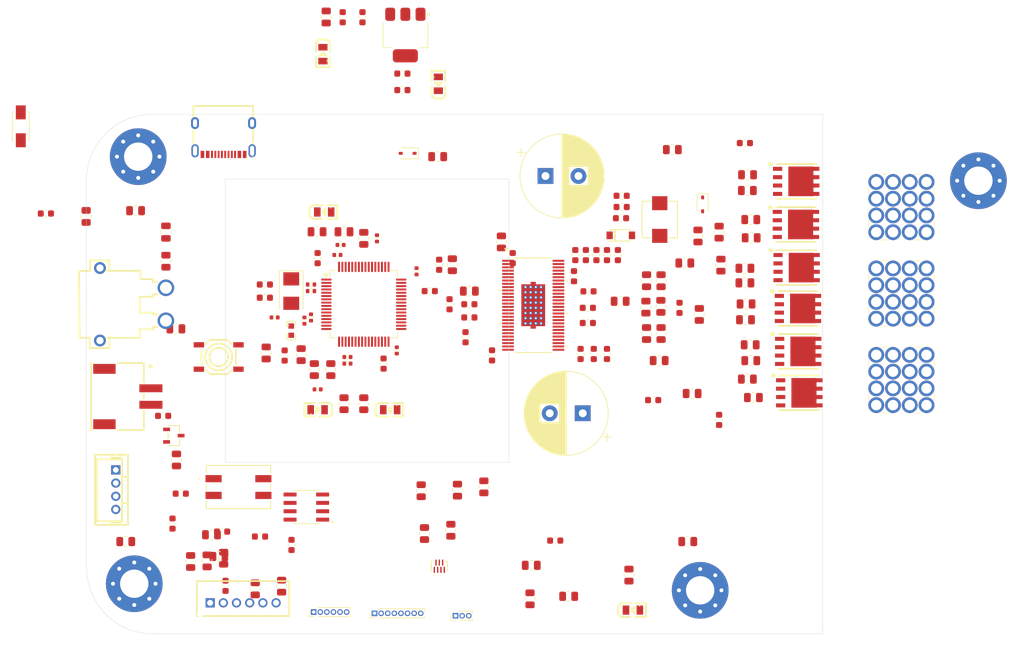
<source format=kicad_pcb>
(kicad_pcb (version 20240108) (generator "pcbnew") (generator_version "8.0")
  (layers (0 "F.Cu" signal) (1 "In1.Cu" power) (2 "In2.Cu" power) (31 "B.Cu" signal) (34 "B.Paste" user) (35 "F.Paste" user) (36 "B.SilkS" user "B.Silkscreen") (37 "F.SilkS" user "F.Silkscreen") (38 "B.Mask" user) (39 "F.Mask" user) (44 "Edge.Cuts" user))
  (net 0 "")
  (net 1 "H3_LOW")
  (net 2 "+3V3")
  (net 3 "+VDC")
  (net 4 "AN_JN")
  (net 5 "+5V")
  (net 6 "/STEP_DOWN_convert/+3V3_IC")
  (net 7 "/MCU/AN_JN")
  (net 8 "/MCU/PH_0")
  (net 9 "/MCU/PH_1")
  (net 10 "/MCU/VCAP_1")
  (net 11 "/MCU/NRST")
  (net 12 "/MCU/VCAP_2")
  (net 13 "Net-(U3-VDDA)")
  (net 14 "/MCU/SERVO")
  (net 15 "H1_VS")
  (net 16 "/DRVIVER MOSFTs/BST_A")
  (net 17 "H2_VS")
  (net 18 "/DRVIVER MOSFTs/BST_B")
  (net 19 "H3_VS")
  (net 20 "/DRVIVER MOSFTs/BST_C")
  (net 21 "Net-(D14-A)")
  (net 22 "/DRVIVER MOSFTs/CP1")
  (net 23 "/DRVIVER MOSFTs/CP2")
  (net 24 "Net-(C34-Pad1)")
  (net 25 "/DRVIVER MOSFTs/COMP")
  (net 26 "/DRVIVER MOSFTs/GVDD")
  (net 27 "/DRVIVER MOSFTs/OC_ADJ")
  (net 28 "Net-(U4-AVDD)")
  (net 29 "/DRVIVER MOSFTs/PH")
  (net 30 "/DRVIVER MOSFTs/BST_BK")
  (net 31 "/CAN/C_CAN_P")
  (net 32 "/CAN/C_CAN_N")
  (net 33 "Net-(U7-VCC)")
  (net 34 "Net-(C55-Pad1)")
  (net 35 "Net-(C56-Pad1)")
  (net 36 "Net-(C57-Pad1)")
  (net 37 "S1_N")
  (net 38 "S1_P")
  (net 39 "S2_N")
  (net 40 "S2_P")
  (net 41 "/USB/USB-C_P")
  (net 42 "/USB/+5V -C")
  (net 43 "/USB/CC2")
  (net 44 "/USB/CC1")
  (net 45 "/USB/USB-C_N")
  (net 46 "Net-(D2-A)")
  (net 47 "Net-(D3-A)")
  (net 48 "Net-(D5-A)")
  (net 49 "Net-(D6-A)")
  (net 50 "Net-(D7-A)")
  (net 51 "Net-(D8-A)")
  (net 52 "Net-(H1-Pad1)")
  (net 53 "Net-(H2-Pad1)")
  (net 54 "Net-(H3-Pad1)")
  (net 55 "Net-(H4-Pad1)")
  (net 56 "/MCU/SCK_ADC_EXT")
  (net 57 "RX_SCL_MOSI")
  (net 58 "TX_SDA_NSS")
  (net 59 "/MCU/MISQ_ADC_EXT2")
  (net 60 "/MCU/SWCLK")
  (net 62 "/MCU/SWDIO")
  (net 63 "Net-(J4-Pin_3)")
  (net 69 "/MOSFTs/M_H1_RG")
  (net 70 "/MOSFTs/H1_VS")
  (net 72 "H1_LOW")
  (net 73 "/MOSFTs/M_L1_RG")
  (net 82 "/MOSFTs/H2_VS")
  (net 89 "H2_LOW")
  (net 92 "/MOSFTs/M_L2_RG")
  (net 99 "/MOSFTs/H3_VS")
  (net 102 "/MOSFTs/M_H3_RG")
  (net 104 "/MOSFTs/M_L3_RG")
  (net 110 "ADC_TEMP")
  (net 111 "/MCU/PH_0_P")
  (net 112 "/MCU/PH_1_P")
  (net 113 "/MCU/LED_GREEN")
  (net 114 "/MCU/LED_RED")
  (net 115 "/MCU/BOOT0_P")
  (net 116 "/MCU/ADC_TEMP")
  (net 117 "/DRVIVER MOSFTs/VSENSE")
  (net 118 "/DRVIVER MOSFTs/DTC")
  (net 119 "/DRVIVER MOSFTs/RT_CLK")
  (net 120 "Net-(U4-BIAS)")
  (net 121 "SENSE1")
  (net 122 "SENSE3")
  (net 123 "SENSE2")
  (net 124 "/CAN/R_CAN_P")
  (net 125 "/CAN/R_CAN_N")
  (net 126 "Net-(U7-RS)")
  (net 127 "HALL1_OUT")
  (net 128 "/FILTRE/HALL_1_IN")
  (net 129 "/FILTRE/HALL_2_IN")
  (net 130 "HALL2_OUT")
  (net 131 "/FILTRE/HALL_3_IN")
  (net 132 "HALL3_OUT")
  (net 133 "Net-(R47-Pad1)")
  (net 134 "USB_N")
  (net 135 "USB_P")
  (net 136 "M_H1")
  (net 137 "M_L1")
  (net 138 "M_H2")
  (net 139 "M_L2")
  (net 140 "M_H3")
  (net 141 "M_L3")
  (net 147 "L1")
  (net 151 "EN_GATE")
  (net 153 "H3")
  (net 154 "CAN_RX")
  (net 156 "L2")
  (net 157 "L3")
  (net 158 "FAULT")
  (net 159 "CAN_TX")
  (net 160 "H1")
  (net 162 "BR_SO1")
  (net 163 "BR_SO2")
  (net 165 "DC_CAL")
  (net 167 "TEMP_MOTOR")
  (net 168 "H2")
  (net 174 "/CAN/CAN_N")
  (net 175 "/CAN/CAN_P")
  (footprint "Resistor_SMD:R_0805_2012Metric" (layer "F.Cu") (at 112.866347 70.540005 -90)
    (property "Reference" "R29" (hide yes))
    (property "Value" "250k")
  )
  (footprint "footprint:L0603" (layer "F.Cu") (at 81 84 -90)
    (property "Reference" "FB1" (hide yes))
    (property "Value" "120R")
  )
  (footprint "Resistor_SMD:R_0805_2012Metric" (layer "F.Cu") (at 70.75 118.525001 90)
    (property "Reference" "R44" (hide yes))
    (property "Value" "10K")
  )
  (footprint "Capacitor_SMD:C_0402_1005Metric" (layer "F.Cu") (at 94 70 -90)
    (property "Reference" "C24" (hide yes))
    (property "Value" "100n")
  )
  (footprint "footprint:LED0805-R-RD" (layer "F.Cu") (at 85.8 42.050294 -90)
    (property "Reference" "D3" (hide yes))
    (property "Value" "LED")
  )
  (footprint "footprint:LED0805-R-RD" (layer "F.Cu") (at 85 96 180)
    (property "Reference" "D7" (hide yes))
    (property "Value" "LED")
  )
  (footprint "MountingHole:MountingHole_4.3mm_M4_Pad_Via" (layer "F.Cu") (at 57.2 122.4)
    (property "Reference" "H3" (hide yes))
    (property "Value" "MountingHole_Pad")
  )
  (footprint "Resistor_SMD:R_0805_2012Metric" (layer "F.Cu") (at 68.25 118.937501 90)
    (property "Reference" "R45" (hide yes))
    (property "Value" "10K")
  )
  (footprint "Resistor_SMD:R_0805_2012Metric" (layer "F.Cu") (at 86.3 36.412501 -90)
    (property "Reference" "R5" (hide yes))
    (property "Value" "1K")
  )
  (footprint "footprint:PQFN-8_L6.0-W5.0-P1.27-LS6.0-BL" (layer "F.Cu") (at 157.555146 61.350575 -90)
    (property "Reference" "Q1" (hide yes))
    (property "Value" "HSBA15810C")
  )
  (footprint "Resistor_SMD:R_0805_2012Metric" (layer "F.Cu") (at 101.2 114.7875 90)
    (property "Reference" "R52" (hide yes))
    (property "Value" "22R")
  )
  (footprint "Capacitor_SMD:C_0603_1608Metric" (layer "F.Cu") (at 63 113.275001 90)
    (property "Reference" "C59" (hide yes))
    (property "Value" "100n")
  )
  (footprint "Resistor_SMD:R_0805_2012Metric" (layer "F.Cu") (at 149.778847 76.750575)
    (property "Reference" "R60" (hide yes))
    (property "Value" "4R7")
  )
  (footprint "Capacitor_SMD:C_0603_1608Metric" (layer "F.Cu") (at 131.091347 63.540005 180)
    (property "Reference" "C31" (hide yes))
    (property "Value" "10u")
  )
  (footprint "footprint:DCA56_6P35X3P61-M" (layer "F.Cu") (at 117.685247 80.146305)
    (property "Reference" "U4" (hide yes))
    (property "Value" "DRV8302DCAR")
  )
  (footprint "footprint:CONN-TH_XT30PW-M" (layer "F.Cu") (at 57 80 -90)
    (property "Reference" "J1" (hide yes))
    (property "Value" "XT30PW-M")
  )
  (footprint "Resistor_SMD:R_0805_2012Metric" (layer "F.Cu") (at 65.75 119.025001 90)
    (property "Reference" "R46" (hide yes))
    (property "Value" "10K")
  )
  (footprint "Resistor_SMD:R_0805_2012Metric" (layer "F.Cu") (at 92 95.0875 90)
    (property "Reference" "R13" (hide yes))
    (property "Value" "1K")
  )
  (footprint "footprint:PUSB3AB6Z_NEX-M" (layer "F.Cu") (at 103.45 119.7414 90)
    (property "Reference" "CR1" (hide yes))
    (property "Value" "PUSB3AB6Z")
  )
  (footprint "Capacitor_SMD:C_0603_1608Metric" (layer "F.Cu") (at 123.866347 75.740005 -90)
    (property "Reference" "C43" (hide yes))
    (property "Value" "100n")
  )
  (footprint "Resistor_SMD:R_0805_2012Metric" (layer "F.Cu") (at 82.5 87.637499 -90)
    (property "Reference" "R7" (hide yes))
    (property "Value" "39K")
  )
  (footprint "Resistor_SMD:R_0805_2012Metric" (layer "F.Cu") (at 141.778847 93.540005)
    (property "Reference" "R64" (hide yes))
    (property "Value" "39K")
  )
  (footprint "Capacitor_SMD:C_0603_1608Metric" (layer "F.Cu") (at 70.515 114.49 180)
    (property "Reference" "C56" (hide yes))
    (property "Value" "4n7")
  )
  (footprint "footprint:CONN-SMD_XH-2PWBPZ" (layer "F.Cu") (at 56.2 94 90)
    (property "Reference" "U1" (hide yes))
    (property "Value" "XH-2PWBPZ")
  )
  (footprint "Resistor_SMD:R_0805_2012Metric" (layer "F.Cu") (at 142.866347 81.540005 -90)
    (property "Reference" "R48" (hide yes))
    (property "Value" "0R")
  )
  (footprint "Capacitor_SMD:C_0603_1608Metric" (layer "F.Cu") (at 124.866347 87.540005 -90)
    (property "Reference" "C46" (hide yes))
    (property "Value" "10u")
  )
  (footprint "Capacitor_SMD:C_0603_1608Metric" (layer "F.Cu") (at 125.666347 72.540005 90)
    (property "Reference" "C41" (hide yes))
    (property "Value" "1u")
  )
  (footprint "Capacitor_SMD:C_0603_1608Metric" (layer "F.Cu") (at 80 87.775 -90)
    (property "Reference" "C9" (hide yes))
    (property "Value" "100n")
  )
  (footprint "Resistor_SMD:R_0805_2012Metric" (layer "F.Cu") (at 110.2 107.7 90)
    (property "Reference" "R49" (hide yes))
    (property "Value" "0R")
  )
  (footprint "Capacitor_SMD:C_0603_1608Metric" (layer "F.Cu") (at 71.04 122.715 90)
    (property "Reference" "C58" (hide yes))
    (property "Value" "100n")
  )
  (footprint "Resistor_SMD:R_0805_2012Metric" (layer "F.Cu") (at 87 89.9125 90)
    (property "Reference" "R16" (hide yes))
    (property "Value" "2K2")
  )
  (footprint "Capacitor_SMD:C_0603_1608Metric" (layer "F.Cu") (at 43.8 66.23)
    (property "Reference" "C54" (hide yes))
    (property "Value" "2u2")
  )
  (footprint "Resistor_SMD:R_0805_2012Metric" (layer "F.Cu") (at 132.2 121.0875 -90)
    (property "Reference" "R47" (hide yes))
    (property "Value" "0R")
  )
  (footprint "Crystal:Crystal_SMD_5032-2Pin_5.0x3.2mm" (layer "F.Cu") (at 81 78 -90)
    (property "Reference" "Y1" (hide yes))
    (property "Value" "Crystal")
  )
  (footprint "footprint:SOD-123_L2.8-W1.8-LS3.7-RD" (layer "F.Cu") (at 130.966347 69.540005)
    (property "Reference" "D10" (hide yes))
    (property "Value" "PMEG6020")
  )
  (footprint "Resistor_SMD:R_0805_2012Metric" (layer "F.Cu") (at 79.54 122.765001 90)
    (property "Reference" "R41" (hide yes))
    (property "Value" "2K2")
  )
  (footprint "Resistor_SMD:R_0805_2012Metric" (layer "F.Cu") (at 117.389061 119.604426)
    (property "Reference" "R68" (hide yes))
    (property "Value" "39K")
  )
  (footprint "Resistor_SMD:R_0805_2012Metric" (layer "F.Cu") (at 63.6 103.6175 -90)
    (property "Reference" "R37" (hide yes))
    (property "Value" "120R")
  )
  (footprint "Capacitor_SMD:C_0603_1608Metric" (layer "F.Cu") (at 88.8 36.45 -90)
    (property "Reference" "C5" (hide yes))
    (property "Value" "1u")
  )
  (footprint "Capacitor_SMD:C_0603_1608Metric" (layer "F.Cu") (at 130.991347 66.940005 180)
    (property "Reference" "C30" (hide yes))
    (property "Value" "10u")
  )
  (footprint "footprint:PQFN-8_L6.0-W5.0-P1.27-LS6.0-BL" (layer "F.Cu") (at 157.866347 87.150575 -90)
    (property "Reference" "Q5" (hide yes))
    (property "Value" "HSBA15810C")
  )
  (footprint "Resistor_SMD:R_0805_2012Metric" (layer "F.Cu") (at 136.778847 88.540005)
    (property "Reference" "R4" (hide yes))
    (property "Value" "39K")
  )
  (footprint "Capacitor_SMD:C_0603_1608Metric" (layer "F.Cu") (at 135.866347 94.540005)
    (property "Reference" "C61" (hide yes))
    (property "Value" "2n2")
  )
  (footprint "Capacitor_SMD:C_0603_1608Metric" (layer "F.Cu") (at 77 77 180)
    (property "Reference" "C11" (hide yes))
    (property "Value" "10p")
  )
  (footprint "Capacitor_SMD:C_0603_1608Metric" (layer "F.Cu") (at 131.091347 65.240005 180)
    (property "Reference" "C39" (hide yes))
    (property "Value" "10u")
  )
  (footprint "Resistor_SMD:R_0805_2012Metric" (layer "F.Cu") (at 146.137825 74.058653 90)
    (property "Reference" "R3" (hide yes))
    (property "Value" "2K2")
  )
  (footprint "Diode_SMD:D_SOD-323" (layer "F.Cu") (at 143.366347 64.840005 -90)
    (property "Reference" "D14" (hide yes))
    (property "Value" "BAT60A")
  )
  (footprint "Resistor_SMD:R_0805_2012Metric" (layer "F.Cu") (at 62 73.462501 90)
    (property "Reference" "R1" (hide yes))
    (property "Value" "2K2")
  )
  (footprint "footprint:7461097" (layer "F.Cu") (at 173.501478 78.371148)
    (property "Reference" "J6" (hide yes))
    (property "Value" "Conn_01x01" (hide yes))
  )
  (footprint "footprint:CONN-TH_B06B-PARK-1-LF-SN" (layer "F.Cu") (at 73.702413 125.29934 180)
    (property "Reference" "U8" (hide yes))
    (property "Value" "B06B-PARK-1_(LF)(SN)")
  )
  (footprint "Resistor_SMD:R_0805_2012Metric" (layer "F.Cu") (at 137.041347 80.315005 -90)
    (property "Reference" "R36" (hide yes))
    (property "Value" "4k99")
  )
  (footprint "Resistor_SMD:R_0805_2012Metric" (layer "F.Cu") (at 141.1125 116)
    (property "Reference" "R72" (hide yes))
    (property "Value" "0R")
  )
  (footprint "footprint:USB-C-SMD_TYPE-C-6PIN-2MD-073" (layer "F.Cu") (at 70.74 54.888475 180)
    (property "Reference" "U9" (hide yes))
    (property "Value" "TYPE-C_16PIN_2MD(073)")
  )
  (footprint "Package_TO_SOT_SMD:SOT-223-3_TabPin2" (layer "F.Cu") (at 98.3 39.15 -90)
    (property "Reference" "U2" (hide yes))
    (property "Value" "AMS1117-3.3")
  )
  (footprint "Resistor_SMD:R_0805_2012Metric" (layer "F.Cu") (at 151.066347 94.150575)
    (property "Reference" "R62" (hide yes))
    (property "Value" "100R")
  )
  (footprint "Resistor_SMD:R_0805_2012Metric" (layer "F.Cu") (at 142.666347 69.640005 90)
    (property "Reference" "R17" (hide yes))
    (property "Value" "18k")
  )
  (footprint "Resistor_SMD:R_0805_2012Metric" (layer "F.Cu") (at 134.866347 84.440005 90)
    (property "Reference" "R33" (hide yes))
    (property "Value" "34K8")
  )
  (footprint "Resistor_SMD:R_0805_2012Metric" (layer "F.Cu") (at 145.866347 69.058653 90)
    (property "Reference" "R2" (hide yes))
    (property "Value" "39K")
  )
  (footprint "footprint:LED0805-R-RD" (layer "F.Cu") (at 103.3 46.550294 90)
    (property "Reference" "D5" (hide yes))
    (property "Value" "LED")
  )
  (footprint "Resistor_SMD:R_0805_2012Metric" (layer "F.Cu") (at 105.2 114.2875 90)
    (property "Reference" "R53" (hide yes))
    (property "Value" "22R")
  )
  (footprint "Resistor_SMD:R_0805_2012Metric" (layer "F.Cu") (at 84.5 89.9125 90)
    (property "Reference" "SDNT2012X103F3950FTF2" (hide yes))
    (property "Value" "10K")
  )
  (footprint "Capacitor_SMD:C_0603_1608Metric" (layer "F.Cu") (at 111.441547 87.752605 90)
    (property "Reference" "C38" (hide yes))
    (property "Value" "2.2u")
  )
  (footprint "Capacitor_SMD:C_0402_1005Metric" (layer "F.Cu") (at 89.52 88 180)
    (property "Reference" "C15" (hide yes))
    (property "Value" "100n")
  )
  (footprint "Capacitor_SMD:C_0603_1608Metric" (layer "F.Cu") (at 77 79 180)
    (property "Reference" "C12" (hide yes))
    (property "Value" "10p")
  )
  (footprint "footprint:PQFN-8_L6.0-W5.0-P1.27-LS6.0-BL" (layer "F.Cu") (at 157.819407 80.635001 -90)
    (property "Reference" "Q4" (hide yes))
    (property "Value" "HSBA15810C")
  )
  (footprint "MountingHole:MountingHole_4.3mm_M4_Pad_Via" (layer "F.Cu") (at 185.18 61.25)
    (property "Reference" "H2" (hide yes))
    (property "Value" "MountingHole_Pad")
  )
  (footprint "Resistor_SMD:R_0805_2012Metric" (layer "F.Cu") (at 103.2 57.600002)
    (property "Reference" "R6" (hide yes))
    (property "Value" "1k")
  )
  (footprint "MountingHole:MountingHole_4.3mm_M4_Pad_Via" (layer "F.Cu") (at 57.8 57.6)
    (property "Reference" "H1" (hide yes))
    (property "Value" "MountingHole_Pad")
  )
  (footprint "Capacitor_SMD:C_0603_1608Metric" (layer "F.Cu") (at 85 73 90)
    (property "Reference" "C10" (hide yes))
    (property "Value" "100n")
  )
  (footprint "Capacitor_SMD:C_0805_2012Metric" (layer "F.Cu") (at 62 69.050001 90)
    (property "Reference" "C1" (hide yes))
    (property "Value" "100n")
  )
  (footprint "footprint:CONN-TH_PH-4A" (layer "F.Cu") (at 54.4 108.13 -90)
    (property "Reference" "CN1" (hide yes))
    (property "Value" "PH-4A_RHOS")
  )
  (footprint "Resistor_SMD:R_0805_2012Metric" (layer "F.Cu") (at 105.4248 74 90)
    (property "Reference" "R27" (hide yes))
    (property "Value" "16K2")
  )
  (footprint "Resistor_SMD:R_0805_2012Metric" (layer "F.Cu") (at 150.149454 62.745579)
    (property "Reference" "R56" (hide yes))
    (property "Value" "4R7")
  )
  (footprint "Resistor_SMD:R_0805_2012Metric" (layer "F.Cu") (at 70.04 118.265001 180)
    (property "Reference" "R42" (hide yes))
    (property "Value" "2K2")
  )
  (footprint "Capacitor_SMD:C_0603_1608Metric" (layer "F.Cu") (at 121.021561 115.854426)
    (property "Reference" "C62" (hide yes))
    (property "Value" "2n2")
  )
  (footprint "footprint:SOIC127P599X175-8N" (layer "F.Cu") (at 83.29 110.77 180)
    (property "Reference" "U7" (hide yes))
    (property "Value" "SN65HVD230D")
  )
  (footprint "footprint:SMD_227S_WRE-M" (layer "F.Cu") (at 73 107.73)
    (property "Reference" "U6" (hide yes))
    (property "Value" "744227S")
  )
  (footprint "Resistor_SMD:R_0805_2012Metric" (layer "F.Cu") (at 92 70 90)
    (property "Reference" "R15" (hide yes))
    (property "Value" "2K2")
  )
  (footprint "MountingHole:MountingHole_4.3mm_M4_Pad_Via" (layer "F.Cu") (at 143 123.4)
    (property "Reference" "H4" (hide yes))
    (property "Value" "MountingHole_Pad")
  )
  (footprint "Resistor_SMD:R_0805_2012Metric" (layer "F.Cu") (at 100.7 108.2875 -90)
    (property "Reference" "R50" (hide yes))
    (property "Value" "5K1")
  )
  (footprint "Capacitor_SMD:C_0603_1608Metric" (layer "F.Cu") (at 124.066347 72.540005 90)
    (property "Reference" "C40" (hide yes))
    (property "Value" "1u")
  )
  (footprint "Resistor_SMD:R_0805_2012Metric" (layer "F.Cu") (at 89 69)
    (property "Reference" "R14" (hide yes))
    (property "Value" "0R")
  )
  (footprint "footprint:7461097" (layer "F.Cu") (at 173.501478 65.251148)
    (property "Reference" "J5" (hide yes))
    (property "Value" "Conn_01x01" (hide yes))
  )
  (footprint "footprint:IND-SMD_L5.4-W5.2-YSPI0530-220M" (layer "F.Cu") (at 136.866347 67.140005 -90)
    (property "Reference" "U10" (hide yes))
    (property "Value" "YSPI0530-220M")
  )
  (footprint "Resistor_SMD:R_0805_2012Metric" (layer "F.Cu") (at 108 78)
    (property "Reference" "R28" (hide yes))
    (property "Value" "10K")
  )
  (footprint "footprint:PQFN-8_L6.0-W5.0-P1.27-LS6.0-BL" (layer "F.Cu") (at 157.619407 74.435001 -90)
    (property "Reference" "Q3" (hide yes))
    (property "Value" "HSBA15810C")
  )
  (footprint "Resistor_SMD:R_0805_2012Metric" (layer "F.Cu") (at 130.866347 79.540005)
    (property "Reference" "R30" (hide yes))
    (property "Value" "1M")
  )
  (footprint "Resistor_SMD:R_0805_2012Metric" (layer "F.Cu") (at 150.178847 60.350575)
    (property "Reference" "R54" (hide yes))
    (property "Value" "100R")
  )
  (footprint "Capacitor_SMD:C_0603_1608Metric" (layer "F.Cu") (at 139.866347 80.540005 90)
    (property "Reference" "C60" (hide yes))
    (property "Value" "100n")
  )
  (footprint "Capacitor_SMD:C_0603_1608Metric" (layer "F.Cu") (at 125.966347 80.540005)
    (property "Reference" "C27" (hide yes))
    (property "Value" "100n")
  )
  (footprint "Capacitor_SMD:C_0402_1005Metric" (layer "F.Cu") (at 84 82 90)
    (property "Reference" "C22" (hide yes))
    (property "Value" "100n")
  )
  (footprint "Capacitor_SMD:C_0402_1005Metric" (layer "F.Cu") (at 85 92.9125)
    (property "Reference" "C25" (hide yes))
    (property "Value" "100n")
  )
  (footprint "footprint:PQFN-8_L6.0-W5.0-P1.27-LS6.0-BL" (layer "F.Cu") (at 157.510014 67.890005 -90)
    (property "Reference" "Q2" (hide yes))
    (property "Value" "HSBA15810C")
  )
  (footprint "Capacitor_SMD:C_0603_1608Metric" (layer "F.Cu") (at 130.516347 72.540005 90)
    (property "Reference" "C45" (hide yes))
    (property "Value" "1u")
  )
  (footprint "Resistor_SMD:R_0805_2012Metric" (layer "F.Cu") (at 75.54 123.177501 90)
    (property "Reference" "R43" (hide yes))
    (property "Value" "2K2")
  )
  (footprint "Capacitor_SMD:C_0402_1005Metric" (layer "F.Cu") (at 100 75 90)
    (property "Reference" "C17" (hide yes))
    (property "Value" "100n")
  )
  (footprint "Capacitor_SMD:C_0603_1608Metric" (layer "F.Cu") (at 125.966347 82.840005)
    (property "Reference" "C28" (hide yes))
    (property "Value" "100n")
  )
  (footprint "Resistor_SMD:R_0402_1005Metric" (layer "F.Cu") (at 84 78)
    (property "Reference" "R11" (hide yes))
    (property "Value" "0R")
  )
  (footprint "Capacitor_SMD:C_0603_1608Metric" (layer "F.Cu") (at 76.265 115.24 180)
    (property "Reference" "C57" (hide yes))
    (property "Value" "4n7")
  )
  (footprint "Capacitor_SMD:C_0603_1608Metric" (layer "F.Cu") (at 61.575 96.93)
    (property "Reference" "C53" (hide yes))
    (property "Value" "60p")
  )
  (footprint "Resistor_SMD:R_0805_2012Metric" (layer "F.Cu") (at 49.9 66.667501 90)
    (property "Reference" "R40" (hide yes))
    (property "Value" "10K")
  )
  (footprint "Resistor_SMD:R_0805_2012Metric" (layer "F.Cu") (at 150.153847 91.350575)
    (property "Reference" "R67" (hide yes))
    (property "Value" "4R7")
  )
  (footprint "footprint:LED0805-R-RD" (layer "F.Cu") (at 86 66)
    (property "Reference" "D6" (hide yes))
    (property "Value" "LED")
  )
  (footprint "footprint:PQFN-8_L6.0-W5.0-P1.27-LS6.0-BL" (layer "F.Cu") (at 158.019407 93.435001 -90)
    (property "Reference" "Q6" (hide yes))
    (property "Value" "HSBA15810C")
  )
  (footprint "Resistor_SMD:R_0805_2012Metric" (layer "F.Cu") (at 150.578847 86.150575)
    (property "Reference" "R66" (hide yes))
    (property "Value" "4R7")
  )
  (footprint "Capacitor_SMD:C_0402_1005Metric" (layer "F.Cu") (at 89.52 89 180)
    (property "Reference" "C14" (hide yes))
    (property "Value" "100n")
  )
  (footprint "Capacitor_SMD:C_0402_1005Metric" (layer "F.Cu") (at 83 82.48 90)
    (property "Reference" "C23" (hide yes))
    (property "Value" "100n")
  )
  (footprint "footprint:LED0805-R-RD" (layer "F.Cu") (at 132.8 126.4)
    (property "Reference" "D2" (hide yes))
    (property "Value" "LED")
  )
  (footprint "Connector_PinHeader_1.00mm:PinHeader_1x06_P1.00mm_Vertical" (layer "F.Cu") (at 84.4 126.7 90)
    (property "Reference" "J3" (hide yes))
    (property "Value" "Conn_01x06")
  )
  (footprint "footprint:LED0805-R-RD" (layer "F.Cu") (at 96 96)
    (property "Reference" "D8" (hide yes))
    (property "Value" "LED")
  )
  (footprint "Capacitor_SMD:C_0603_1608Metric" (layer "F.Cu") (at 149.775001 55.540005)
    (property "Reference" "C33" (hide yes))
    (property "Value" "1u")
  )
  (footprint "Resistor_SMD:R_0805_2012Metric" (layer "F.Cu") (at 106.2 108.2 -90)
    (property "Reference" "R51" (hide yes))
    (property "Value" "5K1")
  )
  (footprint "Capacitor_SMD:C_0603_1608Metric" (layer "F.Cu") (at 128.866347 72.540005 90)
    (property "Reference" "C44" (hide yes))
    (property "Value" "1u")
  )
  (footprint "Resistor_SMD:R_0805_2012Metric" (layer "F.Cu") (at 138.778847 56.540005)
    (property "Reference" "R70" (hide yes))
    (property "Value" "0R")
  )
  (footprint "Resistor_SMD:R_0805_2012Metric" (layer "F.Cu") (at 150.666347 67.150575)
    (property "Reference" "R59" (hide yes))
    (property "Value" "0R001")
  )
  (footprint "Resistor_SMD:R_0805_2012Metric" (layer "F.Cu") (at 117.2 124.6875 -90)
    (property "Reference" "SDNT2012X103F3950FTF1" (hide yes))
    (property "Value" "10K" (hide yes))
  )
  (footprint "Capacitor_SMD:C_0603_1608Metric" (layer "F.Cu") (at 105 80 90)
    (property "Reference" "C36" (hide yes))
    (property "Value" "2.2u")
  )
  (footprint "Capacitor_SMD:C_0603_1608Metric" (layer "F.Cu") (at 127.266347 72.540005 90)
    (property "Reference" "C42" (hide yes))
    (property "Value" "1u")
  )
  (footprint "Resistor_SMD:R_0805_2012Metric" (layer "F.Cu") (at 63.5125 83.73)
    (property "Reference" "R39" (hide yes))
    (property "Value" "R")
  )
  (footprint "Connector_PinHeader_1.00mm:PinHeader_1x03_P1.00mm_Vertical" (layer "F.Cu") (at 105.91 127.26 90)
    (property "Reference" "J4" (hide yes))
    (property "Value" "Conn_01x03")
  )
  (footprint "Connector_PinHeader_1.00mm:PinHeader_1x08_P1.00mm_Vertical" (layer "F.Cu") (at 93.63 126.89 90)
    (property "Reference" "J2" (hide yes))
    (property "Value" "Conn_01x08")
  )
  (footprint "Capacitor_SMD:C_0603_1608Metric" (layer "F.Cu") (at 103.4248 74 -90)
    (property "Reference" "C34" (hide yes))
    (property "Value" "6800p")
  )
  (footprint "Resistor_SMD:R_0805_2012Metric" (layer "F.Cu") (at 150.666347 88.550575)
    (property "Reference" "R61" (hide yes))
    (property "Value" "100R")
  )
  (footprint "Resistor_SMD:R_0805_2012Metric" (layer "F.Cu") (at 123.0599 124.31)
    (property "Reference" "R55" (hide yes))
    (property "Value" "100R")
  )
  (footprint "Capacitor_SMD:C_0603_1608Metric" (layer "F.Cu") (at 91.8 36.45 -90)
    (property "Reference" "C6" (hide yes))
    (property "Value" "1u")
  )
  (footprint "Resistor_SMD:R_0805_2012Metric" (layer "F.Cu") (at 55.9125 116)
    (property "Reference" "R71" (hide yes))
    (property "Value" "0R")
  )
  (footprint "Package_QFP:LQFP-64_10x10mm_P0.5mm" (layer "F.Cu") (at 92 80)
    (property "Reference" "U3" (hide yes))
    (property "Value" "STM32F405RGTx")
  )
  (footprint "Capacitor_SMD:C_0603_1608Metric" (layer "F.Cu") (at 97.85 47.500001)
    (property "Reference" "C8" (hide yes))
    (property "Value" "1u")
  )
  (footprint "Resistor_SMD:R_0805_2012Metric" (layer "F.Cu") (at 137.066347 84.440005 -90)
    (property "Reference" "R34" (hide yes))
    (property "Value" "4k99")
  )
  (footprint "Capacitor_SMD:C_0603_1608Metric" (layer "F.Cu") (at 95 89 -90)
    (property "Reference" "C19" (hide yes))
    (property "Value" "2u2")
  )
  (footprint "Capacitor_SMD:C_0402_1005Metric" (layer "F.Cu") (at 97 87 -90)
    (property "Reference" "C16" (hide yes))
    (property "Value" "100n")
  )
  (footprint "Capacitor_SMD:C_0402_1005Metric" (layer "F.Cu") (at 88 72.52)
    (property "Reference" "C13" (hide yes))
    (property "Value" "100n")
  )
  (footprint "Capacitor_SMD:C_0603_1608Metric" (layer "F.Cu") (at 97.85 45.000001)
    (property "Reference" "C7" (hide yes))
    (property "Value" "1u")
  )
  (footprint "Capacitor_SMD:C_0603_1608Metric" (layer "F.Cu") (at 126.066347 78.040005)
    (property "Reference" "C26" (hide yes))
    (property "Value" "100n")
  )
  (footprint "Resistor_SMD:R_0805_2012Metric" (layer "F.Cu") (at 140.666347 73.740005)
    (property "Reference" "R18" (hide yes))
    (property "Value" "3k3")
  )
  (footprint "Resistor_SMD:R_0805_2012Metric" (layer "F.Cu") (at 137.066347 76.427505 -90)
    (property "Reference" "R32" (hide yes))
    (property "Value" "4k99")
  )
  (footprint "Capacitor_THT:CP_Radial_D12.5mm_P5.00mm" (layer "F.Cu") (at 119.542388 60.540005)
    (property "Reference" "C2" (hide yes))
    (property "Value" "ERF1JM821W30OT")
  )
  (footprint "Capacitor_SMD:C_0603_1608Metric" (layer "F.Cu") (at 126.866347 87.540005 -90)
    (property "Reference" "C48" (hide yes))
    (property "Value" "10u")
  )
  (footprint "Capacitor_SMD:C_0603_1608Metric" (layer "F.Cu") (at 108 80)
    (property "Reference" "C37" (hide yes))
    (property "Value" "2.2u")
  )
  (footprint "Resistor_SMD:R_0805_2012Metric" (layer "F.Cu") (at 77.2 87.387498 90)
    (property "Reference" "R8" (hide yes))
    (property "Value" "2K2")
  )
  (footprint "Resistor_SMD:R_0805_2012Metric" (layer "F.Cu") (at 149.953847 79.950575)
    (property "Reference" "R63" (hide yes))
    (property "Value" "4R7")
  )
  (footprint "Capacitor_SMD:C_0603_1608Metric" (layer "F.Cu") (at 108 82 180)
    (property "Reference" "C47" (hide yes))
    (property "Value" "2.2u")
  )
  (footprint "Resistor_SMD:R_0805_2012Metric" (layer "F.Cu") (at 149.778847 74.540005)
    (property "Reference" "R57" (hide yes))
    (property "Value" "4R7")
  )
  (footprint "Capacitor_SMD:C_0402_1005Metric" (layer "F.Cu") (at 88.48 71)
    (property "Reference" "C18" (hide yes))
    (property "Value" "100n")
  )
  (footprint "Capacitor_SMD:C_0603_1608Metric" (layer "F.Cu") (at 128.866347 87.540005 -90)
    (property "Reference" "C29" (hide yes))
    (property "Value" "10u")
  )
  (footprint "Resistor_SMD:R_0805_2012Metric" (layer "F.Cu") (at 84.9125 69)
    (property "Reference" "R9" (hide yes))
    (property "Value" "0R")
  )
  (footprint "Resistor_SMD:R_0805_2012Metric" (layer "F.Cu") (at 134.866347 76.427505 90)
    (property "Reference" "R31" (hide yes))
    (property "Value" "34K8")
  )
  (footprint "footprint:DIOM4325X250N" (layer "F.Cu") (at 40 53 -90)
    (property "Reference" "D1" (hide yes))
    (property "Value" "SMAJ6.0CA")
  )
  (footprint "footprint:SW-SMD_4P-L5.2-W5.2-P3.70-LS6.4" (layer "F.Cu") (at 70 88)
    (property "Reference" "SW1" (hide yes))
    (property "Value" "TS-KG87S-AT15F")
  )
  (footprint "Capacitor_THT:CP_Radial_D12.5mm_P5.00mm" (layer "F.Cu") (at 125.190306 96.540005 180)
    (property "Reference" "C3" (hide yes))
    (property "Value" "ERF1JM821W30OT")
  )
  (footprint "Resistor_SMD:R_0805_2012Metric" (layer "F.Cu") (at 89 95.0875 90)
    (property "Reference" "R12" (hide yes))
    (property "Value" "1K")
  )
  (footprint "footprint:SOT-23-3_L3.0-W1.7-P0.95-LS2.9-BR" (layer "F.Cu") (at 63.2 99.93 180)
    (property "Reference" "U5" (hide yes))
    (property "Value" "ESDCAN24-2BLY")
  )
  (footprint "footprint:7461097" (layer "F.Cu") (at 173.501478 91.491148)
    (property "Reference" "J7" (hide yes))
    (property "Value" "Conn_01x01" (hide yes))
  )
  (footprint "Capacitor_SMD:C_0603_1608Metric" (layer "F.Cu") (at 102 78)
    (property "Reference" "C21" (hide yes))
    (property "Value" "2u2")
  )
  (footprint "Resistor_SMD:R_0402_1005Metric" (layer "F.Cu") (at 84 77)
    (property "Reference" "R10" (hide yes))
    (property "Value" "0R")
  )
  (footprint "Capacitor_SMD:C_0603_1608Metric" (layer "F.Cu") (at 107.4248 85 -90)
    (property "Reference" "C32" (hide yes))
    (property "Value" "0.022u")
  )
  (footprint "Capacitor_SMD:C_0603_1608Metric" (layer "F.Cu") (at 114.5752 73 90)
    (property "Reference" "C35" (hide yes))
    (property "Value" "120p")
  )
  (footprint "Resistor_SMD:R_0805_2012Metric" (layer "F.Cu") (at 134.766347 80.427505 90)
    (property "Reference" "R35" (hide yes))
    (property "Value" "34K8")
  )
  (footprint "Capacitor_SMD:C_0603_1608Metric" (layer "F.Cu") (at 81.04 116.515 90)
    (property "Reference" "C55" (hide yes))
    (property "Value" "4n7")
  )
  (footprint "Resistor_SMD:R_0805_2012Metric" (layer "F.Cu") (at 150.729586 69.916149)
    (property "Reference" "R58" (hide yes))
    (property "Value" "39K")
  )
  (footprint "Resistor_SMD:R_0805_2012Metric" (layer "F.Cu") (at 68.9025 114.97)
    (property "Reference" "R38" (hide yes))
    (property "Value" "R")
  )
  (footprint "Diode_SMD:D_SOD-323" (layer "F.Cu") (at 98.65 57.100002 180)
    (property "Reference" "D4" (hide yes))
    (property "Value" "BAT60A")
  )
  (footprint "Capacitor_SMD:C_0603_1608Metric" (layer "F.Cu") (at 145.866347 97.540005 90)
    (property "Reference" "C4" (hide yes))
    (property "Value" "100n")
  )
  (footprint "Capacitor_SMD:C_0402_1005Metric" (layer "F.Cu") (at 78.48 82 180)
    (property "Reference" "C20" (hide yes))
    (property "Value" "100n")
  )
  (footprint "Resistor_SMD:R_0805_2012Metric" (layer "F.Cu") (at 57.4 65.8)
    (property "Reference" "R69" (hide yes))
    (property "Value" "0R")
  )
  (footprint "Capacitor_SMD:C_0603_1608Metric" (layer "F.Cu") (at 64.250001 108.73 180)
    (property "Reference" "C52" (hide yes))
    (property "Value" "60p")
  )
  (footprint "Resistor_SMD:R_0805_2012Metric" (layer "F.Cu") (at 149.866347 82.350575)
    (property "Reference" "R65" (hide yes))
    (property "Value" "0R001")
  )
  (gr_line (start 161.58 51.181068) (end 161.58 129.98) (stroke (width 0.05)) (layer "Edge.Cuts"))
  (gr_rect (start 71 61) (end 114 104) (stroke (width 0.05)) (fill none) (layer "Edge.Cuts"))
  (gr_line (start 161.58 51.181068) (end 59.951068 51.181068) (stroke (width 0.05)) (layer "Edge.Cuts"))
  (gr_line (start 60 130) (end 161.59 130) (stroke (width 0.05)) (layer "Edge.Cuts"))
  (gr_arc (start 49.951068 61.181068) (mid 52.88 54.11) (end 59.951068 51.181068) (stroke (width 0.05)) (layer "Edge.Cuts"))
  (gr_arc (start 60 130) (mid 52.928932 127.071068) (end 50 120) (stroke (width 0.05)) (layer "Edge.Cuts"))
  (gr_line (start 49.951068 61.181068) (end 49.951068 120) (stroke (width 0.05)) (layer "Edge.Cuts"))
)
</source>
